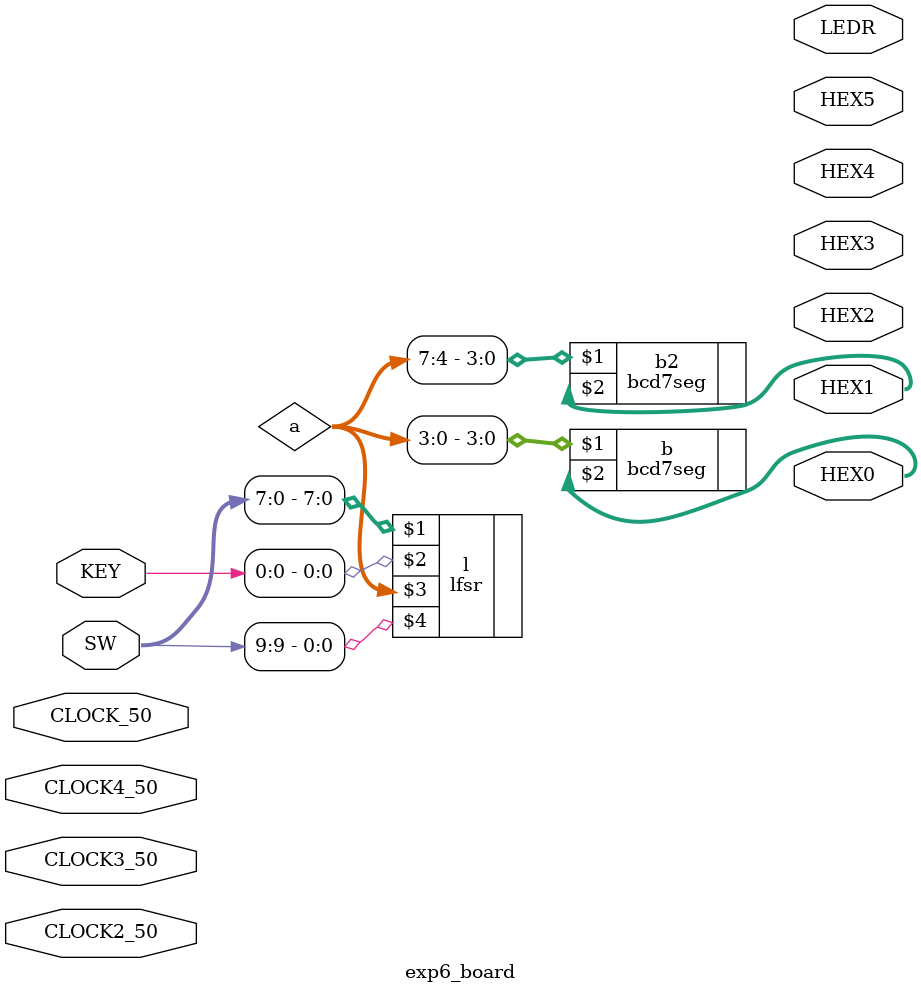
<source format=v>


module exp6_board(

	//////////// CLOCK //////////
	input 		          		CLOCK2_50,
	input 		          		CLOCK3_50,
	input 		          		CLOCK4_50,
	input 		          		CLOCK_50,

	//////////// KEY //////////
	input 		     [3:0]		KEY,

	//////////// SW //////////
	input 		     [9:0]		SW,

	//////////// LED //////////
	output		     [9:0]		LEDR,

	//////////// Seg7 //////////
	output		     [6:0]		HEX0,
	output		     [6:0]		HEX1,
	output		     [6:0]		HEX2,
	output		     [6:0]		HEX3,
	output		     [6:0]		HEX4,
	output		     [6:0]		HEX5
);



//=======================================================
//  REG/WIRE declarations
//=======================================================
wire [7:0] a;
lfsr l(SW[7:0],
	KEY[0],
	a ,
	SW[9]
	);

bcd7seg b(
	 a[3:0],
	 HEX0
	 );
	 
bcd7seg b2(
	 a[7:4],
	 HEX1
	 );

//=======================================================
//  Structural coding
//=======================================================



endmodule

</source>
